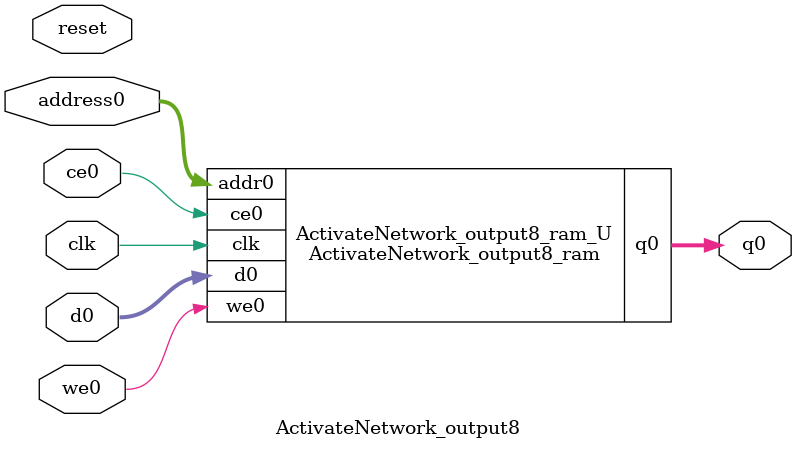
<source format=v>
`timescale 1 ns / 1 ps
module ActivateNetwork_output8_ram (addr0, ce0, d0, we0, q0,  clk);

parameter DWIDTH = 10;
parameter AWIDTH = 4;
parameter MEM_SIZE = 10;

input[AWIDTH-1:0] addr0;
input ce0;
input[DWIDTH-1:0] d0;
input we0;
output reg[DWIDTH-1:0] q0;
input clk;

(* ram_style = "distributed" *)reg [DWIDTH-1:0] ram[0:MEM_SIZE-1];




always @(posedge clk)  
begin 
    if (ce0) 
    begin
        if (we0) 
        begin 
            ram[addr0] <= d0; 
        end 
        q0 <= ram[addr0];
    end
end


endmodule

`timescale 1 ns / 1 ps
module ActivateNetwork_output8(
    reset,
    clk,
    address0,
    ce0,
    we0,
    d0,
    q0);

parameter DataWidth = 32'd10;
parameter AddressRange = 32'd10;
parameter AddressWidth = 32'd4;
input reset;
input clk;
input[AddressWidth - 1:0] address0;
input ce0;
input we0;
input[DataWidth - 1:0] d0;
output[DataWidth - 1:0] q0;



ActivateNetwork_output8_ram ActivateNetwork_output8_ram_U(
    .clk( clk ),
    .addr0( address0 ),
    .ce0( ce0 ),
    .we0( we0 ),
    .d0( d0 ),
    .q0( q0 ));

endmodule


</source>
